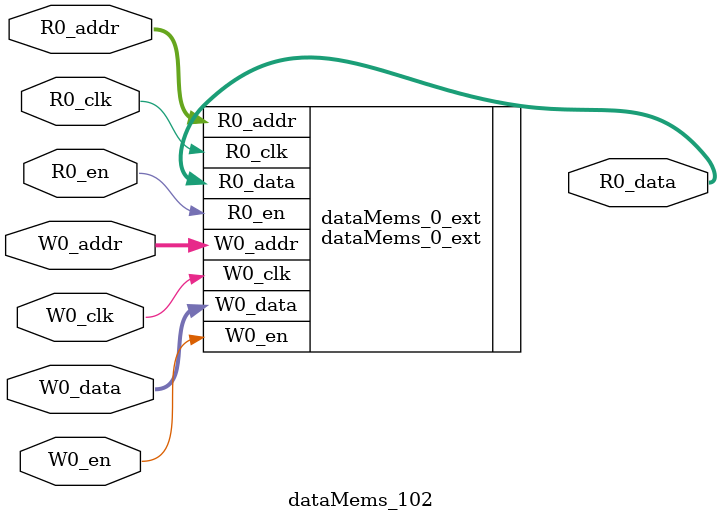
<source format=sv>
`ifndef RANDOMIZE
  `ifdef RANDOMIZE_REG_INIT
    `define RANDOMIZE
  `endif // RANDOMIZE_REG_INIT
`endif // not def RANDOMIZE
`ifndef RANDOMIZE
  `ifdef RANDOMIZE_MEM_INIT
    `define RANDOMIZE
  `endif // RANDOMIZE_MEM_INIT
`endif // not def RANDOMIZE

`ifndef RANDOM
  `define RANDOM $random
`endif // not def RANDOM

// Users can define 'PRINTF_COND' to add an extra gate to prints.
`ifndef PRINTF_COND_
  `ifdef PRINTF_COND
    `define PRINTF_COND_ (`PRINTF_COND)
  `else  // PRINTF_COND
    `define PRINTF_COND_ 1
  `endif // PRINTF_COND
`endif // not def PRINTF_COND_

// Users can define 'ASSERT_VERBOSE_COND' to add an extra gate to assert error printing.
`ifndef ASSERT_VERBOSE_COND_
  `ifdef ASSERT_VERBOSE_COND
    `define ASSERT_VERBOSE_COND_ (`ASSERT_VERBOSE_COND)
  `else  // ASSERT_VERBOSE_COND
    `define ASSERT_VERBOSE_COND_ 1
  `endif // ASSERT_VERBOSE_COND
`endif // not def ASSERT_VERBOSE_COND_

// Users can define 'STOP_COND' to add an extra gate to stop conditions.
`ifndef STOP_COND_
  `ifdef STOP_COND
    `define STOP_COND_ (`STOP_COND)
  `else  // STOP_COND
    `define STOP_COND_ 1
  `endif // STOP_COND
`endif // not def STOP_COND_

// Users can define INIT_RANDOM as general code that gets injected into the
// initializer block for modules with registers.
`ifndef INIT_RANDOM
  `define INIT_RANDOM
`endif // not def INIT_RANDOM

// If using random initialization, you can also define RANDOMIZE_DELAY to
// customize the delay used, otherwise 0.002 is used.
`ifndef RANDOMIZE_DELAY
  `define RANDOMIZE_DELAY 0.002
`endif // not def RANDOMIZE_DELAY

// Define INIT_RANDOM_PROLOG_ for use in our modules below.
`ifndef INIT_RANDOM_PROLOG_
  `ifdef RANDOMIZE
    `ifdef VERILATOR
      `define INIT_RANDOM_PROLOG_ `INIT_RANDOM
    `else  // VERILATOR
      `define INIT_RANDOM_PROLOG_ `INIT_RANDOM #`RANDOMIZE_DELAY begin end
    `endif // VERILATOR
  `else  // RANDOMIZE
    `define INIT_RANDOM_PROLOG_
  `endif // RANDOMIZE
`endif // not def INIT_RANDOM_PROLOG_

// Include register initializers in init blocks unless synthesis is set
`ifndef SYNTHESIS
  `ifndef ENABLE_INITIAL_REG_
    `define ENABLE_INITIAL_REG_
  `endif // not def ENABLE_INITIAL_REG_
`endif // not def SYNTHESIS

// Include rmemory initializers in init blocks unless synthesis is set
`ifndef SYNTHESIS
  `ifndef ENABLE_INITIAL_MEM_
    `define ENABLE_INITIAL_MEM_
  `endif // not def ENABLE_INITIAL_MEM_
`endif // not def SYNTHESIS

module dataMems_102(	// @[generators/ara/src/main/scala/UnsafeAXI4ToTL.scala:365:62]
  input  [4:0]   R0_addr,
  input          R0_en,
  input          R0_clk,
  output [130:0] R0_data,
  input  [4:0]   W0_addr,
  input          W0_en,
  input          W0_clk,
  input  [130:0] W0_data
);

  dataMems_0_ext dataMems_0_ext (	// @[generators/ara/src/main/scala/UnsafeAXI4ToTL.scala:365:62]
    .R0_addr (R0_addr),
    .R0_en   (R0_en),
    .R0_clk  (R0_clk),
    .R0_data (R0_data),
    .W0_addr (W0_addr),
    .W0_en   (W0_en),
    .W0_clk  (W0_clk),
    .W0_data (W0_data)
  );
endmodule


</source>
